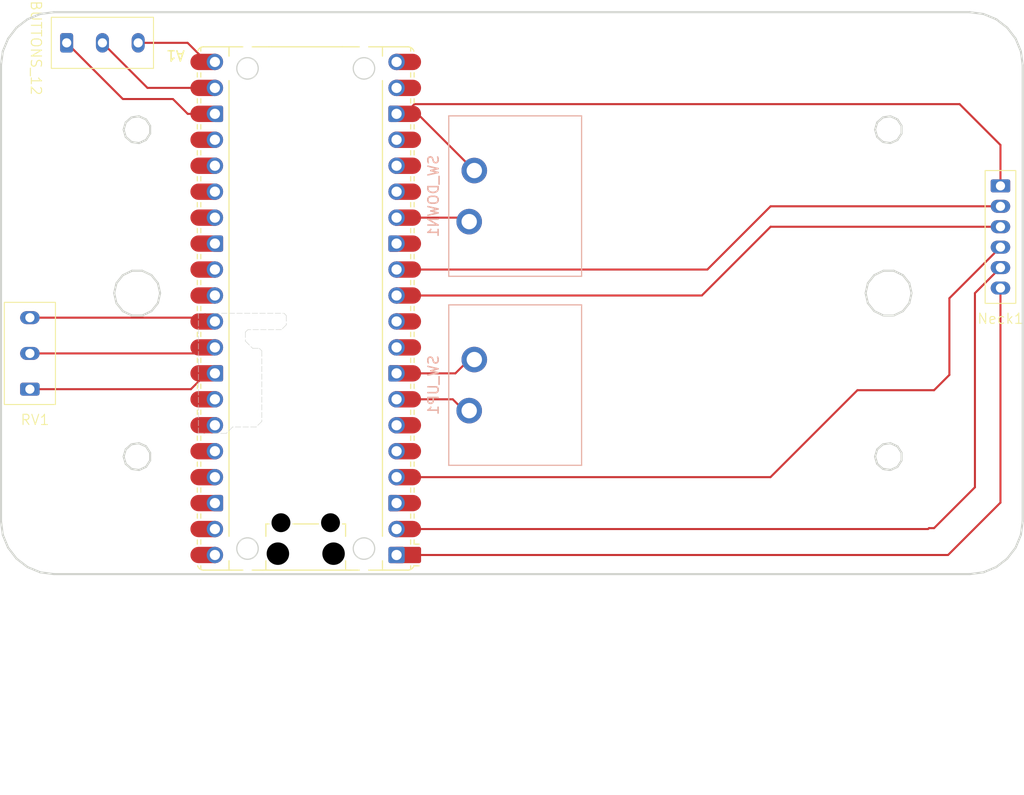
<source format=kicad_pcb>
(kicad_pcb (version 20241229) (generator "pcbnew") (generator_version "9.0")
  (layers (0 "F.Cu" signal) (2 "B.Cu" signal) (13 "F.Paste" user) (15 "B.Paste" user) (5 "F.SilkS" user "F.Silkscreen") (7 "B.SilkS" user "B.Silkscreen") (1 "F.Mask" user) (3 "B.Mask" user) (25 "Edge.Cuts" user))
  (net 0 "")
  (net 3 "Net-(A1-GPIO2)")
  (net 4 "Net-(A1-GPIO0)")
  (net 7 "Net-(A1-AGND)")
  (net 8 "Net-(Neck1-GND)")
  (net 9 "Net-(A1-GPIO1)")
  (net 17 "Net-(A1-GPIO5)")
  (net 19 "Net-(A1-GPIO27_ADC1)")
  (net 25 "Net-(A1-GPIO26_ADC0)")
  (net 28 "Net-(A1-GPIO10)")
  (net 29 "Net-(A1-GPIO8)")
  (net 30 "Net-(A1-GPIO9)")
  (net 33 "Net-(A1-GPIO17)")
  (net 34 "Net-(A1-GPIO16)")
  (footprint "Library:Whammy Pot" (layer "F.Cu") (at 62.5 119.4)
    (property "Reference" "RV1" (at 0 -0.5 0) (layer "F.SilkS") (effects (font (thickness 0.1))))
    (property "Value" "R_Potentiometer" (hide yes))
    (fp_rect (start -3 -12) (end 2 -2) (stroke (width 0.1)) (fill no) (layer "F.SilkS"))
    (pad "1" thru_hole oval (at -0.5 -10.5) (size 1.905 1.27) (drill 0.9) (layers "*.Cu" "*.Mask") (net 25 "Net-(A1-GPIO26_ADC0)"))
    (pad "2" thru_hole oval (at -0.5 -7) (size 1.905 1.27) (drill 0.9) (layers "*.Cu" "*.Mask") (net 19 "Net-(A1-GPIO27_ADC1)"))
    (pad "3" thru_hole roundrect (at -0.5 -3.5) (size 1.905 1.27) (drill 0.9) (layers "*.Cu" "*.Mask") (roundrect_rratio 0.1968503937) (net 7 "Net-(A1-AGND)"))
  )
  (footprint "Module:RaspberryPi_Pico_Common_Unspecified" (layer "F.Cu") (at 89 108 180)
    (property "Reference" "A1" (at 11.7475 24.765 180) (layer "F.SilkS") (effects (justify left)))
    (property "Value" "RaspberryPi_Pico")
    (fp_line (start 10.61 22.65) (end 10.61 23.07) (stroke (width 0.12)) (layer "F.SilkS"))
    (fp_line (start 10.61 20.11) (end 10.61 20.53) (stroke (width 0.12)) (layer "F.SilkS"))
    (fp_line (start 10.61 17.57) (end 10.61 17.99) (stroke (width 0.12)) (layer "F.SilkS"))
    (fp_line (start 10.61 15.03) (end 10.61 15.45) (stroke (width 0.12)) (layer "F.SilkS"))
    (fp_line (start 10.61 12.49) (end 10.61 12.91) (stroke (width 0.12)) (layer "F.SilkS"))
    (fp_line (start 10.61 9.95) (end 10.61 10.37) (stroke (width 0.12)) (layer "F.SilkS"))
    (fp_line (start 10.61 7.41) (end 10.61 7.83) (stroke (width 0.12)) (layer "F.SilkS"))
    (fp_line (start 10.61 4.87) (end 10.61 5.29) (stroke (width 0.12)) (layer "F.SilkS"))
    (fp_line (start 10.61 2.33) (end 10.61 2.75) (stroke (width 0.12)) (layer "F.SilkS"))
    (fp_line (start 10.61 -0.21) (end 10.61 0.21) (stroke (width 0.12)) (layer "F.SilkS"))
    (fp_line (start 10.61 -2.75) (end 10.61 -2.33) (stroke (width 0.12)) (layer "F.SilkS"))
    (fp_line (start 10.61 -5.29) (end 10.61 -4.87) (stroke (width 0.12)) (layer "F.SilkS"))
    (fp_line (start 10.61 -7.83) (end 10.61 -7.41) (stroke (width 0.12)) (layer "F.SilkS"))
    (fp_line (start 10.61 -10.37) (end 10.61 -9.95) (stroke (width 0.12)) (layer "F.SilkS"))
    (fp_line (start 10.61 -12.91) (end 10.61 -12.49) (stroke (width 0.12)) (layer "F.SilkS"))
    (fp_line (start 10.61 -15.45) (end 10.61 -15.03) (stroke (width 0.12)) (layer "F.SilkS"))
    (fp_line (start 10.61 -17.99) (end 10.61 -17.57) (stroke (width 0.12)) (layer "F.SilkS"))
    (fp_line (start 10.61 -20.53) (end 10.61 -20.11) (stroke (width 0.12)) (layer "F.SilkS"))
    (fp_line (start 10.61 -23.07) (end 10.61 -22.65) (stroke (width 0.12)) (layer "F.SilkS"))
    (fp_line (start 10.27 25.189937) (end 10.27 25.547) (stroke (width 0.12)) (layer "F.SilkS"))
    (fp_line (start 10.27 22.65) (end 10.27 23.07) (stroke (width 0.12)) (layer "F.SilkS"))
    (fp_line (start 10.27 20.11) (end 10.27 20.53) (stroke (width 0.12)) (layer "F.SilkS"))
    (fp_line (start 10.27 17.57) (end 10.27 17.99) (stroke (width 0.12)) (layer "F.SilkS"))
    (fp_line (start 10.27 15.03) (end 10.27 15.45) (stroke (width 0.12)) (layer "F.SilkS"))
    (fp_line (start 10.27 12.49) (end 10.27 12.91) (stroke (width 0.12)) (layer "F.SilkS"))
    (fp_line (start 10.27 9.95) (end 10.27 10.37) (stroke (width 0.12)) (layer "F.SilkS"))
    (fp_line (start 10.27 7.41) (end 10.27 7.83) (stroke (width 0.12)) (layer "F.SilkS"))
    (fp_line (start 10.27 4.87) (end 10.27 5.29) (stroke (width 0.12)) (layer "F.SilkS"))
    (fp_line (start 10.27 2.33) (end 10.27 2.75) (stroke (width 0.12)) (layer "F.SilkS"))
    (fp_line (start 10.27 -0.21) (end 10.27 0.21) (stroke (width 0.12)) (layer "F.SilkS"))
    (fp_line (start 10.27 -2.75) (end 10.27 -2.33) (stroke (width 0.12)) (layer "F.SilkS"))
    (fp_line (start 10.27 -5.29) (end 10.27 -4.87) (stroke (width 0.12)) (layer "F.SilkS"))
    (fp_line (start 10.27 -7.83) (end 10.27 -7.41) (stroke (width 0.12)) (layer "F.SilkS"))
    (fp_line (start 10.27 -10.37) (end 10.27 -9.95) (stroke (width 0.12)) (layer "F.SilkS"))
    (fp_line (start 10.27 -12.91) (end 10.27 -12.49) (stroke (width 0.12)) (layer "F.SilkS"))
    (fp_line (start 10.27 -15.45) (end 10.27 -15.03) (stroke (width 0.12)) (layer "F.SilkS"))
    (fp_line (start 10.27 -17.99) (end 10.27 -17.57) (stroke (width 0.12)) (layer "F.SilkS"))
    (fp_line (start 10.27 -20.53) (end 10.27 -20.11) (stroke (width 0.12)) (layer "F.SilkS"))
    (fp_line (start 10.27 -23.07) (end 10.27 -22.65) (stroke (width 0.12)) (layer "F.SilkS"))
    (fp_line (start 10.27 -25.189937) (end 10.27 -25.547) (stroke (width 0.12)) (layer "F.SilkS"))
    (fp_line (start 10 -25.61) (end 7.51 -25.61) (stroke (width 0.12)) (layer "F.SilkS"))
    (fp_line (start 7.51 24.69648) (end 7.51 25.61) (stroke (width 0.12)) (layer "F.SilkS"))
    (fp_line (start 7.51 -22.30352) (end 7.51 22.30352) (stroke (width 0.12)) (layer "F.SilkS"))
    (fp_line (start 7.51 -25.61) (end 7.51 -24.69648) (stroke (width 0.12)) (layer "F.SilkS"))
    (fp_line (start 6.162061 25.61) (end 10 25.61) (stroke (width 0.12)) (layer "F.SilkS"))
    (fp_line (start 6.162061 -25.61) (end 7.51 -25.61) (stroke (width 0.12)) (layer "F.SilkS"))
    (fp_line (start 5.237939 25.61) (end 3.6 25.61) (stroke (width 0.12)) (layer "F.SilkS"))
    (fp_line (start 4.235 -25.61) (end 5.237939 -25.61) (stroke (width 0.12)) (layer "F.SilkS"))
    (fp_line (start 3.9 -22.306) (end 3.9 -21.09) (stroke (width 0.12)) (layer "F.SilkS"))
    (fp_line (start 3.9 -25.61) (end 3.9 -24.694) (stroke (width 0.12)) (layer "F.SilkS"))
    (fp_line (start 3.60391 -21.09) (end 3.9 -21.09) (stroke (width 0.12)) (layer "F.SilkS"))
    (fp_line (start 3.6 25.61) (end -3.6 25.61) (stroke (width 0.12)) (layer "F.SilkS"))
    (fp_line (start -1.24609 -21.09) (end 1.24609 -21.09) (stroke (width 0.12)) (layer "F.SilkS"))
    (fp_line (start -3.6 25.61) (end -5.237939 25.61) (stroke (width 0.12)) (layer "F.SilkS"))
    (fp_line (start -3.9 -21.09) (end -3.60391 -21.09) (stroke (width 0.12)) (layer "F.SilkS"))
    (fp_line (start -3.9 -22.306) (end -3.9 -21.09) (stroke (width 0.12)) (layer "F.SilkS"))
    (fp_line (start -3.9 -25.61) (end -3.9 -24.694) (stroke (width 0.12)) (layer "F.SilkS"))
    (fp_line (start -4.235 -25.61) (end 4.235 -25.61) (stroke (width 0.12)) (layer "F.SilkS"))
    (fp_line (start -5.237939 -25.61) (end -4.235 -25.61) (stroke (width 0.12)) (layer "F.SilkS"))
    (fp_line (start -7.51 24.69648) (end -7.51 25.61) (stroke (width 0.12)) (layer "F.SilkS"))
    (fp_line (start -7.51 -22.30352) (end -7.51 22.30352) (stroke (width 0.12)) (layer "F.SilkS"))
    (fp_line (start -7.51 -25.61) (end -6.16206 -25.61) (stroke (width 0.12)) (layer "F.SilkS"))
    (fp_line (start -7.51 -25.61) (end -7.51 -24.69648) (stroke (width 0.12)) (layer "F.SilkS"))
    (fp_line (start -10 25.61) (end -6.162061 25.61) (stroke (width 0.12)) (layer "F.SilkS"))
    (fp_line (start -10 -25.61) (end -7.51 -25.61) (stroke (width 0.12)) (layer "F.SilkS"))
    (fp_line (start -10.27 25.189937) (end -10.27 25.547) (stroke (width 0.12)) (layer "F.SilkS"))
    (fp_line (start -10.27 22.65) (end -10.27 23.07) (stroke (width 0.12)) (layer "F.SilkS"))
    (fp_line (start -10.27 20.11) (end -10.27 20.53) (stroke (width 0.12)) (layer "F.SilkS"))
    (fp_line (start -10.27 17.57) (end -10.27 17.99) (stroke (width 0.12)) (layer "F.SilkS"))
    (fp_line (start -10.27 15.03) (end -10.27 15.45) (stroke (width 0.12)) (layer "F.SilkS"))
    (fp_line (start -10.27 12.49) (end -10.27 12.91) (stroke (width 0.12)) (layer "F.SilkS"))
    (fp_line (start -10.27 9.95) (end -10.27 10.37) (stroke (width 0.12)) (layer "F.SilkS"))
    (fp_line (start -10.27 7.41) (end -10.27 7.83) (stroke (width 0.12)) (layer "F.SilkS"))
    (fp_line (start -10.27 4.87) (end -10.27 5.29) (stroke (width 0.12)) (layer "F.SilkS"))
    (fp_line (start -10.27 2.33) (end -10.27 2.75) (stroke (width 0.12)) (layer "F.SilkS"))
    (fp_line (start -10.27 -0.21) (end -10.27 0.21) (stroke (width 0.12)) (layer "F.SilkS"))
    (fp_line (start -10.27 -2.75) (end -10.27 -2.33) (stroke (width 0.12)) (layer "F.SilkS"))
    (fp_line (start -10.27 -5.29) (end -10.27 -4.87) (stroke (width 0.12)) (layer "F.SilkS"))
    (fp_line (start -10.27 -7.83) (end -10.27 -7.41) (stroke (width 0.12)) (layer "F.SilkS"))
    (fp_line (start -10.27 -10.37) (end -10.27 -9.95) (stroke (width 0.12)) (layer "F.SilkS"))
    (fp_line (start -10.27 -12.91) (end -10.27 -12.49) (stroke (width 0.12)) (layer "F.SilkS"))
    (fp_line (start -10.27 -15.45) (end -10.27 -15.03) (stroke (width 0.12)) (layer "F.SilkS"))
    (fp_line (start -10.27 -17.99) (end -10.27 -17.57) (stroke (width 0.12)) (layer "F.SilkS"))
    (fp_line (start -10.27 -20.53) (end -10.27 -20.11) (stroke (width 0.12)) (layer "F.SilkS"))
    (fp_line (start -10.27 -23.07) (end -10.27 -22.65) (stroke (width 0.12)) (layer "F.SilkS"))
    (fp_line (start -10.27 -25.189937) (end -10.27 -25.547) (stroke (width 0.12)) (layer "F.SilkS"))
    (fp_line (start -10.579676 -25.19) (end -11.09 -25.19) (stroke (width 0.12)) (layer "F.SilkS"))
    (fp_line (start -10.61 22.65) (end -10.61 23.07) (stroke (width 0.12)) (layer "F.SilkS"))
    (fp_line (start -10.61 20.11) (end -10.61 20.53) (stroke (width 0.12)) (layer "F.SilkS"))
    (fp_line (start -10.61 17.57) (end -10.61 17.99) (stroke (width 0.12)) (layer "F.SilkS"))
    (fp_line (start -10.61 15.03) (end -10.61 15.45) (stroke (width 0.12)) (layer "F.SilkS"))
    (fp_line (start -10.61 12.49) (end -10.61 12.91) (stroke (width 0.12)) (layer "F.SilkS"))
    (fp_line (start -10.61 9.95) (end -10.61 10.37) (stroke (width 0.12)) (layer "F.SilkS"))
    (fp_line (start -10.61 7.41) (end -10.61 7.83) (stroke (width 0.12)) (layer "F.SilkS"))
    (fp_line (start -10.61 4.87) (end -10.61 5.29) (stroke (width 0.12)) (layer "F.SilkS"))
    (fp_line (start -10.61 2.33) (end -10.61 2.75) (stroke (width 0.12)) (layer "F.SilkS"))
    (fp_line (start -10.61 -0.21) (end -10.61 0.21) (stroke (width 0.12)) (layer "F.SilkS"))
    (fp_line (start -10.61 -2.75) (end -10.61 -2.33) (stroke (width 0.12)) (layer "F.SilkS"))
    (fp_line (start -10.61 -5.29) (end -10.61 -4.87) (stroke (width 0.12)) (layer "F.SilkS"))
    (fp_line (start -10.61 -7.83) (end -10.61 -7.41) (stroke (width 0.12)) (layer "F.SilkS"))
    (fp_line (start -10.61 -10.37) (end -10.61 -9.95) (stroke (width 0.12)) (layer "F.SilkS"))
    (fp_line (start -10.61 -12.91) (end -10.61 -12.49) (stroke (width 0.12)) (layer "F.SilkS"))
    (fp_line (start -10.61 -15.45) (end -10.61 -15.03) (stroke (width 0.12)) (layer "F.SilkS"))
    (fp_line (start -10.61 -17.99) (end -10.61 -17.57) (stroke (width 0.12)) (layer "F.SilkS"))
    (fp_line (start -10.61 -20.53) (end -10.61 -20.11) (stroke (width 0.12)) (layer "F.SilkS"))
    (fp_line (start -10.61 -23.07) (end -10.61 -22.65) (stroke (width 0.12)) (layer "F.SilkS"))
    (fp_line (start -10.61 -23.07) (end -11.09 -23.07) (stroke (width 0.12)) (layer "F.SilkS"))
    (fp_arc (start 10.579676 25.189937) (mid 10.357946 25.493957) (end 10 25.61) (stroke (width 0.12)) (layer "F.SilkS"))
    (fp_arc (start 10 -25.61) (mid 10.357937 -25.493944) (end 10.579676 -25.189937) (stroke (width 0.12)) (layer "F.SilkS"))
    (fp_arc (start -10 25.61) (mid -10.357937 25.493944) (end -10.579676 25.189937) (stroke (width 0.12)) (layer "F.SilkS"))
    (fp_arc (start -10.579676 -25.19) (mid -10.357938 -25.493944) (end -10 -25.61) (stroke (width 0.12)) (layer "F.SilkS"))
    (fp_circle (center 5.7 23.5) (end 6.75 23.5) (stroke (width 0.12)) (fill no) (layer "Edge.Cuts"))
    (fp_circle (center 5.7 -23.5) (end 6.75 -23.5) (stroke (width 0.12)) (fill no) (layer "Edge.Cuts"))
    (fp_circle (center -5.7 23.5) (end -4.65 23.5) (stroke (width 0.12)) (fill no) (layer "Edge.Cuts"))
    (fp_circle (center -5.7 -23.5) (end -4.65 -23.5) (stroke (width 0.12)) (fill no) (layer "Edge.Cuts"))
    (fp_poly (pts (xy 10.5 -0.47) (xy 2.12 -0.47) (xy 1.9 -0.7) (xy 1.9 -1.6) (xy 2.37 -2.07) (xy 5.65 -2.07) (xy 5.9 -2.3) (xy 5.9 -3.2) (xy 5.2 -3.9) (xy 4.55 -3.9) (xy 4.3 -4.15) (xy 4.3 -11.05) (xy 4.85 -11.6) (xy 7.15 -11.6) (xy 7.78 -12.23) (xy 10.5 -12.23)) (stroke (width 0.05) (type dash)) (fill no) (layer "Edge.Cuts"))
    (pad "" np_thru_hole circle (at -2.725 -24 180) (size 2.2 2.2) (drill 2.2) (layers "*.Mask"))
    (pad "" np_thru_hole circle (at -2.425 -20.97 180) (size 1.85 1.85) (drill 1.85) (layers "*.Mask"))
    (pad "" np_thru_hole circle (at 2.425 -20.97 180) (size 1.85 1.85) (drill 1.85) (layers "*.Mask"))
    (pad "" np_thru_hole circle (at 2.725 -24 180) (size 2.2 2.2) (drill 2.2) (layers "*.Mask"))
    (pad "1" smd custom (at -9.69 -24.13 180) (size 1.6 0.8) (layers "F.Cu" "F.Mask") (net 4 "Net-(A1-GPIO0)") (options (clearance outline) (anchor rect)) (primitives (gr_circle (center 0.8 0) (end 1.6 0) (width 0) (fill yes)) (gr_poly (pts (xy -1.6 -0.6) (xy -1.6 0.6) (xy -1.4 0.8) (xy 0.8 0.8) (xy 0.8 -0.8) (xy -1.4 -0.8)) (width 0) (fill yes)) (gr_circle (center -1.4 -0.6) (end -1.2 -0.6) (width 0) (fill yes)) (gr_circle (center -1.4 0.6) (end -1.2 0.6) (width 0) (fill yes))))
    (pad "1" thru_hole roundrect (at -8.89 -24.13 180) (size 1.6 1.6) (drill 1) (layers "*.Cu" "*.Mask") (roundrect_rratio 0.125) (net 4 "Net-(A1-GPIO0)"))
    (pad "2" smd roundrect (at -9.69 -21.59 180) (size 3.2 1.6) (layers "F.Cu" "F.Mask") (roundrect_rratio 0.5) (net 9 "Net-(A1-GPIO1)"))
    (pad "2" thru_hole circle (at -8.89 -21.59 180) (size 1.6 1.6) (drill 1) (layers "*.Cu" "*.Mask") (net 9 "Net-(A1-GPIO1)"))
    (pad "3" smd custom (at -9.69 -19.05 180) (size 1.6 0.8) (layers "F.Cu" "F.Mask") (net 8 "Net-(Neck1-GND)") (options (clearance outline) (anchor rect)) (primitives (gr_circle (center -0.8 0) (end 0 0) (width 0) (fill yes)) (gr_poly (pts (xy 1.6 -0.6) (xy 1.6 0.6) (xy 1.4 0.8) (xy -0.8 0.8) (xy -0.8 -0.8) (xy 1.4 -0.8)) (width 0) (fill yes)) (gr_circle (center 1.4 -0.6) (end 1.6 -0.6) (width 0) (fill yes)) (gr_circle (center 1.4 0.6) (end 1.6 0.6) (width 0) (fill yes))))
    (pad "3" thru_hole custom (at -8.89 -19.05 180) (size 1.6 1.6) (drill 1) (layers "*.Cu" "*.Mask") (net 8 "Net-(Neck1-GND)") (options (clearance outline) (anchor circle)) (primitives (gr_poly (pts (xy 0.8 0.6) (xy 0.8 -0.6) (xy 0.6 -0.8) (xy 0 -0.8) (xy 0 0.8) (xy 0.6 0.8)) (width 0) (fill yes)) (gr_circle (center 0.6 0.6) (end 0.8 0.6) (width 0) (fill yes)) (gr_circle (center 0.6 -0.6) (end 0.8 -0.6) (width 0) (fill yes))))
    (pad "4" smd roundrect (at -9.69 -16.51 180) (size 3.2 1.6) (layers "F.Cu" "F.Mask") (roundrect_rratio 0.5) (net 3 "Net-(A1-GPIO2)"))
    (pad "4" thru_hole circle (at -8.89 -16.51 180) (size 1.6 1.6) (drill 1) (layers "*.Cu" "*.Mask") (net 3 "Net-(A1-GPIO2)"))
    (pad "5" smd roundrect (at -9.69 -13.97 180) (size 3.2 1.6) (layers "F.Cu" "F.Mask") (roundrect_rratio 0.5))
    (pad "5" thru_hole circle (at -8.89 -13.97 180) (size 1.6 1.6) (drill 1) (layers "*.Cu" "*.Mask"))
    (pad "6" smd roundrect (at -9.69 -11.43 180) (size 3.2 1.6) (layers "F.Cu" "F.Mask") (roundrect_rratio 0.5))
    (pad "6" thru_hole circle (at -8.89 -11.43 180) (size 1.6 1.6) (drill 1) (layers "*.Cu" "*.Mask"))
    (pad "7" smd roundrect (at -9.69 -8.89 180) (size 3.2 1.6) (layers "F.Cu" "F.Mask") (roundrect_rratio 0.5) (net 17 "Net-(A1-GPIO5)"))
    (pad "7" thru_hole circle (at -8.89 -8.89 180) (size 1.6 1.6) (drill 1) (layers "*.Cu" "*.Mask") (net 17 "Net-(A1-GPIO5)"))
    (pad "8" smd custom (at -9.69 -6.35 180) (size 1.6 0.8) (layers "F.Cu" "F.Mask") (net 8 "Net-(Neck1-GND)") (options (clearance outline) (anchor rect)) (primitives (gr_circle (center -0.8 0) (end 0 0) (width 0) (fill yes)) (gr_poly (pts (xy 1.6 -0.6) (xy 1.6 0.6) (xy 1.4 0.8) (xy -0.8 0.8) (xy -0.8 -0.8) (xy 1.4 -0.8)) (width 0) (fill yes)) (gr_circle (center 1.4 -0.6) (end 1.6 -0.6) (width 0) (fill yes)) (gr_circle (center 1.4 0.6) (end 1.6 0.6) (width 0) (fill yes))))
    (pad "8" thru_hole custom (at -8.89 -6.35 180) (size 1.6 1.6) (drill 1) (layers "*.Cu" "*.Mask") (net 8 "Net-(Neck1-GND)") (options (clearance outline) (anchor circle)) (primitives (gr_poly (pts (xy 0.8 0.6) (xy 0.8 -0.6) (xy 0.6 -0.8) (xy 0 -0.8) (xy 0 0.8) (xy 0.6 0.8)) (width 0) (fill yes)) (gr_circle (center 0.6 0.6) (end 0.8 0.6) (width 0) (fill yes)) (gr_circle (center 0.6 -0.6) (end 0.8 -0.6) (width 0) (fill yes))))
    (pad "9" smd roundrect (at -9.69 -3.81 180) (size 3.2 1.6) (layers "F.Cu" "F.Mask") (roundrect_rratio 0.5))
    (pad "9" thru_hole circle (at -8.89 -3.81 180) (size 1.6 1.6) (drill 1) (layers "*.Cu" "*.Mask"))
    (pad "10" smd roundrect (at -9.69 -1.27 180) (size 3.2 1.6) (layers "F.Cu" "F.Mask") (roundrect_rratio 0.5))
    (pad "10" thru_hole circle (at -8.89 -1.27 180) (size 1.6 1.6) (drill 1) (layers "*.Cu" "*.Mask"))
    (pad "11" smd roundrect (at -9.69 1.27 180) (size 3.2 1.6) (layers "F.Cu" "F.Mask") (roundrect_rratio 0.5) (net 29 "Net-(A1-GPIO8)"))
    (pad "11" thru_hole circle (at -8.89 1.27 180) (size 1.6 1.6) (drill 1) (layers "*.Cu" "*.Mask") (net 29 "Net-(A1-GPIO8)"))
    (pad "12" smd roundrect (at -9.69 3.81 180) (size 3.2 1.6) (layers "F.Cu" "F.Mask") (roundrect_rratio 0.5) (net 30 "Net-(A1-GPIO9)"))
    (pad "12" thru_hole circle (at -8.89 3.81 180) (size 1.6 1.6) (drill 1) (layers "*.Cu" "*.Mask") (net 30 "Net-(A1-GPIO9)"))
    (pad "13" smd custom (at -9.69 6.35 180) (size 1.6 0.8) (layers "F.Cu" "F.Mask") (net 8 "Net-(Neck1-GND)") (options (clearance outline) (anchor rect)) (primitives (gr_circle (center -0.8 0) (end 0 0) (width 0) (fill yes)) (gr_poly (pts (xy 1.6 -0.6) (xy 1.6 0.6) (xy 1.4 0.8) (xy -0.8 0.8) (xy -0.8 -0.8) (xy 1.4 -0.8)) (width 0) (fill yes)) (gr_circle (center 1.4 -0.6) (end 1.6 -0.6) (width 0) (fill yes)) (gr_circle (center 1.4 0.6) (end 1.6 0.6) (width 0) (fill yes))))
    (pad "13" thru_hole custom (at -8.89 6.35 180) (size 1.6 1.6) (drill 1) (layers "*.Cu" "*.Mask") (net 8 "Net-(Neck1-GND)") (options (clearance outline) (anchor circle)) (primitives (gr_poly (pts (xy 0.8 0.6) (xy 0.8 -0.6) (xy 0.6 -0.8) (xy 0 -0.8) (xy 0 0.8) (xy 0.6 0.8)) (width 0) (fill yes)) (gr_circle (center 0.6 0.6) (end 0.8 0.6) (width 0) (fill yes)) (gr_circle (center 0.6 -0.6) (end 0.8 -0.6) (width 0) (fill yes))))
    (pad "14" smd roundrect (at -9.69 8.89 180) (size 3.2 1.6) (layers "F.Cu" "F.Mask") (roundrect_rratio 0.5) (net 28 "Net-(A1-GPIO10)"))
    (pad "14" thru_hole circle (at -8.89 8.89 180) (size 1.6 1.6) (drill 1) (layers "*.Cu" "*.Mask") (net 28 "Net-(A1-GPIO10)"))
    (pad "15" smd roundrect (at -9.69 11.43 180) (size 3.2 1.6) (layers "F.Cu" "F.Mask") (roundrect_rratio 0.5))
    (pad "15" thru_hole circle (at -8.89 11.43 180) (size 1.6 1.6) (drill 1) (layers "*.Cu" "*.Mask"))
    (pad "16" smd roundrect (at -9.69 13.97 180) (size 3.2 1.6) (layers "F.Cu" "F.Mask") (roundrect_rratio 0.5))
    (pad "16" thru_hole circle (at -8.89 13.97 180) (size 1.6 1.6) (drill 1) (layers "*.Cu" "*.Mask"))
    (pad "17" smd roundrect (at -9.69 16.51 180) (size 3.2 1.6) (layers "F.Cu" "F.Mask") (roundrect_rratio 0.5))
    (pad "17" thru_hole circle (at -8.89 16.51 180) (size 1.6 1.6) (drill 1) (layers "*.Cu" "*.Mask"))
    (pad "18" smd custom (at -9.69 19.05 180) (size 1.6 0.8) (layers "F.Cu" "F.Mask") (net 8 "Net-(Neck1-GND)") (options (clearance outline) (anchor rect)) (primitives (gr_circle (center -0.8 0) (end 0 0) (width 0) (fill yes)) (gr_poly (pts (xy 1.6 -0.6) (xy 1.6 0.6) (xy 1.4 0.8) (xy -0.8 0.8) (xy -0.8 -0.8) (xy 1.4 -0.8)) (width 0) (fill yes)) (gr_circle (center 1.4 -0.6) (end 1.6 -0.6) (width 0) (fill yes)) (gr_circle (center 1.4 0.6) (end 1.6 0.6) (width 0) (fill yes))))
    (pad "18" thru_hole custom (at -8.89 19.05 180) (size 1.6 1.6) (drill 1) (layers "*.Cu" "*.Mask") (net 8 "Net-(Neck1-GND)") (options (clearance outline) (anchor circle)) (primitives (gr_poly (pts (xy 0.8 0.6) (xy 0.8 -0.6) (xy 0.6 -0.8) (xy 0 -0.8) (xy 0 0.8) (xy 0.6 0.8)) (width 0) (fill yes)) (gr_circle (center 0.6 0.6) (end 0.8 0.6) (width 0) (fill yes)) (gr_circle (center 0.6 -0.6) (end 0.8 -0.6) (width 0) (fill yes))))
    (pad "19" smd roundrect (at -9.69 21.59 180) (size 3.2 1.6) (layers "F.Cu" "F.Mask") (roundrect_rratio 0.5))
    (pad "19" thru_hole circle (at -8.89 21.59 180) (size 1.6 1.6) (drill 1) (layers "*.Cu" "*.Mask"))
    (pad "20" smd roundrect (at -9.69 24.13 180) (size 3.2 1.6) (layers "F.Cu" "F.Mask") (roundrect_rratio 0.5))
    (pad "20" thru_hole circle (at -8.89 24.13 180) (size 1.6 1.6) (drill 1) (layers "*.Cu" "*.Mask"))
    (pad "21" thru_hole circle (at 8.89 24.13 180) (size 1.6 1.6) (drill 1) (layers "*.Cu" "*.Mask") (net 34 "Net-(A1-GPIO16)"))
    (pad "21" smd roundrect (at 9.69 24.13 180) (size 3.2 1.6) (layers "F.Cu" "F.Mask") (roundrect_rratio 0.5) (net 34 "Net-(A1-GPIO16)"))
    (pad "22" thru_hole circle (at 8.89 21.59 180) (size 1.6 1.6) (drill 1) (layers "*.Cu" "*.Mask") (net 33 "Net-(A1-GPIO17)"))
    (pad "22" smd roundrect (at 9.69 21.59 180) (size 3.2 1.6) (layers "F.Cu" "F.Mask") (roundrect_rratio 0.5) (net 33 "Net-(A1-GPIO17)"))
    (pad "23" thru_hole custom (at 8.89 19.05 180) (size 1.6 1.6) (drill 1) (layers "*.Cu" "*.Mask") (net 8 "Net-(Neck1-GND)") (options (clearance outline) (anchor circle)) (primitives (gr_poly (pts (xy -0.8 0.6) (xy -0.8 -0.6) (xy -0.6 -0.8) (xy 0 -0.8) (xy 0 0.8) (xy -0.6 0.8)) (width 0) (fill yes)) (gr_circle (center -0.6 0.6) (end -0.4 0.6) (width 0) (fill yes)) (gr_circle (center -0.6 -0.6) (end -0.4 -0.6) (width 0) (fill yes))))
    (pad "23" smd custom (at 9.69 19.05 180) (size 1.6 0.8) (layers "F.Cu" "F.Mask") (net 8 "Net-(Neck1-GND)") (options (clearance outline) (anchor rect)) (primitives (gr_circle (center 0.8 0) (end 1.6 0) (width 0) (fill yes)) (gr_poly (pts (xy -1.6 -0.6) (xy -1.6 0.6) (xy -1.4 0.8) (xy 0.8 0.8) (xy 0.8 -0.8) (xy -1.4 -0.8)) (width 0) (fill yes)) (gr_circle (center -1.4 -0.6) (end -1.2 -0.6) (width 0) (fill yes)) (gr_circle (center -1.4 0.6) (end -1.2 0.6) (width 0) (fill yes))))
    (pad "24" thru_hole circle (at 8.89 16.51 180) (size 1.6 1.6) (drill 1) (layers "*.Cu" "*.Mask"))
    (pad "24" smd roundrect (at 9.69 16.51 180) (size 3.2 1.6) (layers "F.Cu" "F.Mask") (roundrect_rratio 0.5))
    (pad "25" thru_hole circle (at 8.89 13.97 180) (size 1.6 1.6) (drill 1) (layers "*.Cu" "*.Mask"))
    (pad "25" smd roundrect (at 9.69 13.97 180) (size 3.2 1.6) (layers "F.Cu" "F.Mask") (roundrect_rratio 0.5))
    (pad "26" thru_hole circle (at 8.89 11.43 180) (size 1.6 1.6) (drill 1) (layers "*.Cu" "*.Mask"))
    (pad "26" smd roundrect (at 9.69 11.43 180) (size 3.2 1.6) (layers "F.Cu" "F.Mask") (roundrect_rratio 0.5))
    (pad "27" thru_hole circle (at 8.89 8.89 180) (size 1.6 1.6) (drill 1) (layers "*.Cu" "*.Mask"))
    (pad "27" smd roundrect (at 9.69 8.89 180) (size 3.2 1.6) (layers "F.Cu" "F.Mask") (roundrect_rratio 0.5))
    (pad "28" thru_hole custom (at 8.89 6.35 180) (size 1.6 1.6) (drill 1) (layers "*.Cu" "*.Mask") (net 8 "Net-(Neck1-GND)") (options (clearance outline) (anchor circle)) (primitives (gr_poly (pts (xy -0.8 0.6) (xy -0.8 -0.6) (xy -0.6 -0.8) (xy 0 -0.8) (xy 0 0.8) (xy -0.6 0.8)) (width 0) (fill yes)) (gr_circle (center -0.6 0.6) (end -0.4 0.6) (width 0) (fill yes)) (gr_circle (center -0.6 -0.6) (end -0.4 -0.6) (width 0) (fill yes))))
    (pad "28" smd custom (at 9.69 6.35 180) (size 1.6 0.8) (layers "F.Cu" "F.Mask") (net 8 "Net-(Neck1-GND)") (options (clearance outline) (anchor rect)) (primitives (gr_circle (center 0.8 0) (end 1.6 0) (width 0) (fill yes)) (gr_poly (pts (xy -1.6 -0.6) (xy -1.6 0.6) (xy -1.4 0.8) (xy 0.8 0.8) (xy 0.8 -0.8) (xy -1.4 -0.8)) (width 0) (fill yes)) (gr_circle (center -1.4 -0.6) (end -1.2 -0.6) (width 0) (fill yes)) (gr_circle (center -1.4 0.6) (end -1.2 0.6) (width 0) (fill yes))))
    (pad "29" thru_hole circle (at 8.89 3.81 180) (size 1.6 1.6) (drill 1) (layers "*.Cu" "*.Mask"))
    (pad "29" smd roundrect (at 9.69 3.81 180) (size 3.2 1.6) (layers "F.Cu" "F.Mask") (roundrect_rratio 0.5))
    (pad "30" thru_hole circle (at 8.89 1.27 180) (size 1.6 1.6) (drill 1) (layers "*.Cu" "*.Mask"))
    (pad "30" smd roundrect (at 9.69 1.27 180) (size 3.2 1.6) (layers "F.Cu" "F.Mask") (roundrect_rratio 0.5))
    (pad "31" thru_hole circle (at 8.89 -1.27 180) (size 1.6 1.6) (drill 1) (layers "*.Cu" "*.Mask") (net 25 "Net-(A1-GPIO26_ADC0)"))
    (pad "31" smd roundrect (at 9.69 -1.27 180) (size 3.2 1.6) (layers "F.Cu" "F.Mask") (roundrect_rratio 0.5) (net 25 "Net-(A1-GPIO26_ADC0)"))
    (pad "32" thru_hole circle (at 8.89 -3.81 180) (size 1.6 1.6) (drill 1) (layers "*.Cu" "*.Mask") (net 19 "Net-(A1-GPIO27_ADC1)"))
    (pad "32" smd roundrect (at 9.69 -3.81 180) (size 3.2 1.6) (layers "F.Cu" "F.Mask") (roundrect_rratio 0.5) (net 19 "Net-(A1-GPIO27_ADC1)"))
    (pad "33" thru_hole custom (at 8.89 -6.35 180) (size 1.6 1.6) (drill 1) (layers "*.Cu" "*.Mask") (net 7 "Net-(A1-AGND)") (options (clearance outline) (anchor circle)) (primitives (gr_poly (pts (xy -0.8 0.6) (xy -0.8 -0.6) (xy -0.6 -0.8) (xy 0 -0.8) (xy 0 0.8) (xy -0.6 0.8)) (width 0) (fill yes)) (gr_circle (center -0.6 0.6) (end -0.4 0.6) (width 0) (fill yes)) (gr_circle (center -0.6 -0.6) (end -0.4 -0.6) (width 0) (fill yes))))
    (pad "33" smd custom (at 9.69 -6.35 180) (size 1.6 0.8) (layers "F.Cu" "F.Mask") (net 7 "Net-(A1-AGND)") (options (clearance outline) (anchor rect)) (primitives (gr_circle (center 0.8 0) (end 1.6 0) (width 0) (fill yes)) (gr_poly (pts (xy -1.6 -0.6) (xy -1.6 0.6) (xy -1.4 0.8) (xy 0.8 0.8) (xy 0.8 -0.8) (xy -1.4 -0.8)) (width 0) (fill yes)) (gr_circle (center -1.4 -0.6) (end -1.2 -0.6) (width 0) (fill yes)) (gr_circle (center -1.4 0.6) (end -1.2 0.6) (width 0) (fill yes))))
    (pad "34" thru_hole circle (at 8.89 -8.89 180) (size 1.6 1.6) (drill 1) (layers "*.Cu" "*.Mask"))
    (pad "34" smd roundrect (at 9.69 -8.89 180) (size 3.2 1.6) (layers "F.Cu" "F.Mask") (roundrect_rratio 0.5))
    (pad "35" thru_hole circle (at 8.89 -11.43 180) (size 1.6 1.6) (drill 1) (layers "*.Cu" "*.Mask"))
    (pad "35" smd roundrect (at 9.69 -11.43 180) (size 3.2 1.6) (layers "F.Cu" "F.Mask") (roundrect_rratio 0.5))
    (pad "36" thru_hole circle (at 8.89 -13.97 180) (size 1.6 1.6) (drill 1) (layers "*.Cu" "*.Mask"))
    (pad "36" smd roundrect (at 9.69 -13.97 180) (size 3.2 1.6) (layers "F.Cu" "F.Mask") (roundrect_rratio 0.5))
    (pad "37" thru_hole circle (at 8.89 -16.51 180) (size 1.6 1.6) (drill 1) (layers "*.Cu" "*.Mask"))
    (pad "37" smd roundrect (at 9.69 -16.51 180) (size 3.2 1.6) (layers "F.Cu" "F.Mask") (roundrect_rratio 0.5))
    (pad "38" thru_hole custom (at 8.89 -19.05 180) (size 1.6 1.6) (drill 1) (layers "*.Cu" "*.Mask") (net 8 "Net-(Neck1-GND)") (options (clearance outline) (anchor circle)) (primitives (gr_poly (pts (xy -0.8 0.6) (xy -0.8 -0.6) (xy -0.6 -0.8) (xy 0 -0.8) (xy 0 0.8) (xy -0.6 0.8)) (width 0) (fill yes)) (gr_circle (center -0.6 0.6) (end -0.4 0.6) (width 0) (fill yes)) (gr_circle (center -0.6 -0.6) (end -0.4 -0.6) (width 0) (fill yes))))
    (pad "38" smd custom (at 9.69 -19.05 180) (size 1.6 0.8) (layers "F.Cu" "F.Mask") (net 8 "Net-(Neck1-GND)") (options (clearance outline) (anchor rect)) (primitives (gr_circle (center 0.8 0) (end 1.6 0) (width 0) (fill yes)) (gr_poly (pts (xy -1.6 -0.6) (xy -1.6 0.6) (xy -1.4 0.8) (xy 0.8 0.8) (xy 0.8 -0.8) (xy -1.4 -0.8)) (width 0) (fill yes)) (gr_circle (center -1.4 -0.6) (end -1.2 -0.6) (width 0) (fill yes)) (gr_circle (center -1.4 0.6) (end -1.2 0.6) (width 0) (fill yes))))
    (pad "39" thru_hole circle (at 8.89 -21.59 180) (size 1.6 1.6) (drill 1) (layers "*.Cu" "*.Mask"))
    (pad "39" smd roundrect (at 9.69 -21.59 180) (size 3.2 1.6) (layers "F.Cu" "F.Mask") (roundrect_rratio 0.5))
    (pad "40" thru_hole circle (at 8.89 -24.13 180) (size 1.6 1.6) (drill 1) (layers "*.Cu" "*.Mask"))
    (pad "40" smd roundrect (at 9.69 -24.13 180) (size 3.2 1.6) (layers "F.Cu" "F.Mask") (roundrect_rratio 0.5))
  )
  (footprint "Library:Whammy Pot" (layer "F.Cu") (at 62.1 82.5 -90)
    (property "Reference" "BUTTONS_12" (at 0 -0.5 270) (layer "F.SilkS") (effects (font (thickness 0.1))))
    (property "Value" "Whammy Pot" (hide yes))
    (fp_rect (start -3 -12) (end 2 -2) (stroke (width 0.1)) (fill no) (layer "F.SilkS"))
    (pad "1" thru_hole oval (at -0.5 -10.5 270) (size 1.905 1.27) (drill 0.9) (layers "*.Cu" "*.Mask") (net 34 "Net-(A1-GPIO16)"))
    (pad "2" thru_hole oval (at -0.5 -7 270) (size 1.905 1.27) (drill 0.9) (layers "*.Cu" "*.Mask") (net 33 "Net-(A1-GPIO17)"))
    (pad "3" thru_hole roundrect (at -0.5 -3.5 270) (size 1.905 1.27) (drill 0.9) (layers "*.Cu" "*.Mask") (roundrect_rratio 0.1968503937) (net 8 "Net-(Neck1-GND)"))
  )
  (footprint "Library:Frets" (layer "F.Cu") (at 157 109.5)
    (property "Reference" "Neck1" (at 0 -0.5 0) (layer "F.SilkS") (effects (font (thickness 0.1))))
    (property "Value" "~")
    (fp_rect (start -1.5 -15) (end 1.5 -2) (stroke (width 0.1)) (fill no) (layer "F.SilkS"))
    (pad "1" thru_hole oval (at 0 -3.5) (size 1.905 1.27) (drill 0.9) (layers "*.Cu" "*.Mask") (net 4 "Net-(A1-GPIO0)"))
    (pad "2" thru_hole oval (at 0 -5.5) (size 1.905 1.27) (drill 0.9) (layers "*.Cu" "*.Mask") (net 9 "Net-(A1-GPIO1)"))
    (pad "3" thru_hole oval (at 0 -7.5) (size 1.905 1.27) (drill 0.9) (layers "*.Cu" "*.Mask") (net 3 "Net-(A1-GPIO2)"))
    (pad "4" thru_hole oval (at 0 -9.5) (size 1.905 1.27) (drill 0.9) (layers "*.Cu" "*.Mask") (net 29 "Net-(A1-GPIO8)"))
    (pad "5" thru_hole oval (at 0 -11.5) (size 1.905 1.27) (drill 0.9) (layers "*.Cu" "*.Mask") (net 30 "Net-(A1-GPIO9)"))
    (pad "6" thru_hole roundrect (at 0 -13.5) (size 1.905 1.27) (drill 0.9) (layers "*.Cu" "*.Mask") (roundrect_rratio 0.15) (net 8 "Net-(Neck1-GND)"))
  )
  (footprint "PCM_Switch_Keyboard_Alps_Matias:SW_Alps_Matias" (layer "B.Cu") (at 109.5 115.5 -90)
    (property "Reference" "SW_UP1" (at 0 8 90) (layer "B.SilkS") (effects (justify mirror)))
    (property "Value" "SW_Push_45deg")
    (fp_line (start -7.85 6.5) (end -7.85 -6.5) (stroke (width 0.12)) (layer "B.SilkS"))
    (fp_line (start 7.85 6.5) (end -7.85 6.5) (stroke (width 0.12)) (layer "B.SilkS"))
    (fp_line (start -7.85 -6.5) (end 7.85 -6.5) (stroke (width 0.12)) (layer "B.SilkS"))
    (fp_line (start 7.85 -6.5) (end 7.85 6.5) (stroke (width 0.12)) (layer "B.SilkS"))
    (pad "1" thru_hole circle (at -2.5 4 270) (size 2.5 2.5) (drill 1.5) (layers "*.Cu" "*.Mask") (net 8 "Net-(Neck1-GND)"))
    (pad "2" thru_hole circle (at 2.5 4.5 270) (size 2.5 2.5) (drill 1.5) (layers "*.Cu" "*.Mask") (net 17 "Net-(A1-GPIO5)"))
  )
  (footprint "PCM_Switch_Keyboard_Alps_Matias:SW_Alps_Matias" (layer "B.Cu") (at 109.5 97 -90)
    (property "Reference" "SW_DOWN1" (at 0 8 90) (layer "B.SilkS") (effects (justify mirror)))
    (property "Value" "SW_Push_45deg")
    (fp_line (start -7.85 6.5) (end -7.85 -6.5) (stroke (width 0.12)) (layer "B.SilkS"))
    (fp_line (start 7.85 6.5) (end -7.85 6.5) (stroke (width 0.12)) (layer "B.SilkS"))
    (fp_line (start -7.85 -6.5) (end 7.85 -6.5) (stroke (width 0.12)) (layer "B.SilkS"))
    (fp_line (start 7.85 -6.5) (end 7.85 6.5) (stroke (width 0.12)) (layer "B.SilkS"))
    (pad "1" thru_hole circle (at -2.5 4 270) (size 2.5 2.5) (drill 1.5) (layers "*.Cu" "*.Mask") (net 8 "Net-(Neck1-GND)"))
    (pad "2" thru_hole circle (at 2.5 4.5 270) (size 2.5 2.5) (drill 1.5) (layers "*.Cu" "*.Mask") (net 28 "Net-(A1-GPIO10)"))
  )
  (gr_line (start 146.917694 91.501369) (end 146.238571 91.811512) (stroke (width 0.2)) (layer "Edge.Cuts"))
  (gr_line (start 154 134) (end 64.350003 134) (stroke (width 0.2)) (layer "Edge.Cuts"))
  (gr_line (start 148.300003 106.5) (end 148.077179 107.476238) (stroke (width 0.2)) (layer "Edge.Cuts"))
  (gr_line (start 147.321327 122.873296) (end 146.917694 123.501368) (stroke (width 0.2)) (layer "Edge.Cuts"))
  (gr_line (start 158.998672 82.835609) (end 159.175003 84.174999) (stroke (width 0.2)) (layer "Edge.Cuts"))
  (gr_line (start 143.800003 106.5) (end 144.022827 105.523762) (stroke (width 0.2)) (layer "Edge.Cuts"))
  (gr_line (start 72.68857 121.188487) (end 73.367694 121.498631) (stroke (width 0.2)) (layer "Edge.Cuts"))
  (gr_line (start 144.725006 90.5) (end 144.935341 89.783653) (stroke (width 0.2)) (layer "Edge.Cuts"))
  (gr_line (start 73.367694 123.501368) (end 72.68857 123.811514) (stroke (width 0.2)) (layer "Edge.Cuts"))
  (gr_line (start 157.659279 132.484278) (end 156.587501 133.306681) (stroke (width 0.2)) (layer "Edge.Cuts"))
  (gr_line (start 59.175003 84.174999) (end 59.175003 128.825) (stroke (width 0.2)) (layer "Edge.Cuts"))
  (gr_line (start 145.49958 123.705262) (end 144.935341 123.216349) (stroke (width 0.2)) (layer "Edge.Cuts"))
  (gr_line (start 73.902855 108.259121) (end 73.000675 108.693586) (stroke (width 0.2)) (layer "Edge.Cuts"))
  (gr_line (start 144.022827 107.476238) (end 143.800003 106.5) (stroke (width 0.2)) (layer "Edge.Cuts"))
  (gr_line (start 59.868322 81.587502) (end 60.690725 80.515724) (stroke (width 0.2)) (layer "Edge.Cuts"))
  (gr_line (start 71.949577 91.705265) (end 71.385343 91.216347) (stroke (width 0.2)) (layer "Edge.Cuts"))
  (gr_line (start 157.659279 80.515724) (end 158.481682 81.587502) (stroke (width 0.2)) (layer "Edge.Cuts"))
  (gr_line (start 63.010614 133.823666) (end 61.762503 133.306681) (stroke (width 0.2)) (layer "Edge.Cuts"))
  (gr_line (start 154 79) (end 155.339394 79.176334) (stroke (width 0.2)) (layer "Edge.Cuts"))
  (gr_line (start 61.762503 79.693317) (end 63.010614 79.176334) (stroke (width 0.2)) (layer "Edge.Cuts"))
  (gr_line (start 61.762503 133.306681) (end 60.690725 132.484278) (stroke (width 0.2)) (layer "Edge.Cuts"))
  (gr_line (start 158.998672 130.164389) (end 158.481682 131.4125) (stroke (width 0.2)) (layer "Edge.Cuts"))
  (gr_line (start 71.175003 122.5) (end 71.385343 121.783651) (stroke (width 0.2)) (layer "Edge.Cuts"))
  (gr_line (start 146.238571 91.811512) (end 145.49958 91.705265) (stroke (width 0.2)) (layer "Edge.Cuts"))
  (gr_line (start 147.321327 90.873299) (end 146.917694 91.501369) (stroke (width 0.2)) (layer "Edge.Cuts"))
  (gr_line (start 155.339394 79.176334) (end 156.587501 79.693317) (stroke (width 0.2)) (layer "Edge.Cuts"))
  (gr_line (start 59.351337 130.164389) (end 59.175003 128.825) (stroke (width 0.2)) (layer "Edge.Cuts"))
  (gr_line (start 147.452858 104.740879) (end 148.077179 105.523762) (stroke (width 0.2)) (layer "Edge.Cuts"))
  (gr_line (start 71.175003 90.5) (end 71.385343 89.783653) (stroke (width 0.2)) (layer "Edge.Cuts"))
  (gr_line (start 73.000675 108.693586) (end 71.99933 108.693586) (stroke (width 0.2)) (layer "Edge.Cuts"))
  (gr_line (start 147.452858 108.259121) (end 146.550674 108.693586) (stroke (width 0.2)) (layer "Edge.Cuts"))
  (gr_line (start 71.097152 104.740879) (end 71.99933 104.306414) (stroke (width 0.2)) (layer "Edge.Cuts"))
  (gr_line (start 147.321327 90.126705) (end 147.321327 90.873299) (stroke (width 0.2)) (layer "Edge.Cuts"))
  (gr_line (start 156.587501 133.306681) (end 155.339394 133.823666) (stroke (width 0.2)) (layer "Edge.Cuts"))
  (gr_line (start 146.917694 121.498631) (end 147.321327 122.126705) (stroke (width 0.2)) (layer "Edge.Cuts"))
  (gr_line (start 70.472822 105.523762) (end 71.097152 104.740879) (stroke (width 0.2)) (layer "Edge.Cuts"))
  (gr_line (start 72.68857 91.811512) (end 71.949577 91.705265) (stroke (width 0.2)) (layer "Edge.Cuts"))
  (gr_line (start 73.367694 91.501369) (end 72.68857 91.811512) (stroke (width 0.2)) (layer "Edge.Cuts"))
  (gr_line (start 73.771332 90.126705) (end 73.771332 90.873299) (stroke (width 0.2)) (layer "Edge.Cuts"))
  (gr_line (start 59.868322 131.4125) (end 59.351337 130.164389) (stroke (width 0.2)) (layer "Edge.Cuts"))
  (gr_line (start 146.917694 123.501368) (end 146.238571 123.811514) (stroke (width 0.2)) (layer "Edge.Cuts"))
  (gr_line (start 146.550674 108.693586) (end 145.549332 108.693586) (stroke (width 0.2)) (layer "Edge.Cuts"))
  (gr_line (start 71.949577 123.705262) (end 71.385343 123.216349) (stroke (width 0.2)) (layer "Edge.Cuts"))
  (gr_line (start 73.771332 122.873296) (end 73.367694 123.501368) (stroke (width 0.2)) (layer "Edge.Cuts"))
  (gr_line (start 144.725006 122.5) (end 144.935341 121.783651) (stroke (width 0.2)) (layer "Edge.Cuts"))
  (gr_line (start 71.385343 91.216347) (end 71.175003 90.5) (stroke (width 0.2)) (layer "Edge.Cuts"))
  (gr_line (start 144.935341 121.783651) (end 145.49958 121.294737) (stroke (width 0.2)) (layer "Edge.Cuts"))
  (gr_line (start 147.321327 122.126705) (end 147.321327 122.873296) (stroke (width 0.2)) (layer "Edge.Cuts"))
  (gr_line (start 156.587501 79.693317) (end 157.659279 80.515724) (stroke (width 0.2)) (layer "Edge.Cuts"))
  (gr_line (start 144.935341 89.783653) (end 145.49958 89.294739) (stroke (width 0.2)) (layer "Edge.Cuts"))
  (gr_line (start 71.99933 104.306414) (end 73.000675 104.306414) (stroke (width 0.2)) (layer "Edge.Cuts"))
  (gr_line (start 74.527183 107.476238) (end 73.902855 108.259121) (stroke (width 0.2)) (layer "Edge.Cuts"))
  (gr_line (start 145.49958 121.294737) (end 146.238571 121.188487) (stroke (width 0.2)) (layer "Edge.Cuts"))
  (gr_line (start 70.472822 107.476238) (end 70.250003 106.5) (stroke (width 0.2)) (layer "Edge.Cuts"))
  (gr_line (start 73.367694 121.498631) (end 73.771332 122.126705) (stroke (width 0.2)) (layer "Edge.Cuts"))
  (gr_line (start 60.690725 80.515724) (end 61.762503 79.693317) (stroke (width 0.2)) (layer "Edge.Cuts"))
  (gr_line (start 71.385343 89.783653) (end 71.949577 89.294739) (stroke (width 0.2)) (layer "Edge.Cuts"))
  (gr_line (start 146.917694 89.498634) (end 147.321327 90.126705) (stroke (width 0.2)) (layer "Edge.Cuts"))
  (gr_line (start 64.350003 134) (end 63.010614 133.823666) (stroke (width 0.2)) (layer "Edge.Cuts"))
  (gr_line (start 73.367694 121.498631) (end 72.68857 121.188487) (stroke (width 0.2)) (layer "Edge.Cuts"))
  (gr_line (start 73.771332 122.126705) (end 73.771332 122.873296) (stroke (width 0.2)) (layer "Edge.Cuts"))
  (gr_line (start 145.49958 91.705265) (end 144.935341 91.216347) (stroke (width 0.2)) (layer "Edge.Cuts"))
  (gr_line (start 146.238571 121.188487) (end 146.917694 121.498631) (stroke (width 0.2)) (layer "Edge.Cuts"))
  (gr_line (start 71.385343 121.783651) (end 71.949577 121.294737) (stroke (width 0.2)) (layer "Edge.Cuts"))
  (gr_line (start 144.935341 91.216346) (end 144.725006 90.5) (stroke (width 0.2)) (layer "Edge.Cuts"))
  (gr_line (start 148.077179 105.523762) (end 148.300003 106.5) (stroke (width 0.2)) (layer "Edge.Cuts"))
  (gr_line (start 74.527183 105.523762) (end 74.750003 106.5) (stroke (width 0.2)) (layer "Edge.Cuts"))
  (gr_line (start 146.238571 123.811514) (end 145.49958 123.705262) (stroke (width 0.2)) (layer "Edge.Cuts"))
  (gr_line (start 71.949577 89.294739) (end 72.68857 89.188488) (stroke (width 0.2)) (layer "Edge.Cuts"))
  (gr_line (start 145.549332 104.306414) (end 146.550674 104.306414) (stroke (width 0.2)) (layer "Edge.Cuts"))
  (gr_line (start 144.647148 108.259121) (end 144.022827 107.476238) (stroke (width 0.2)) (layer "Edge.Cuts"))
  (gr_line (start 59.351337 82.835609) (end 59.868322 81.587502) (stroke (width 0.2)) (layer "Edge.Cuts"))
  (gr_line (start 72.68857 123.811514) (end 71.949577 123.705262) (stroke (width 0.2)) (layer "Edge.Cuts"))
  (gr_line (start 73.000675 104.306414) (end 73.902855 104.740879) (stroke (width 0.2)) (layer "Edge.Cuts"))
  (gr_line (start 71.99933 108.693586) (end 71.097152 108.259121) (stroke (width 0.2)) (layer "Edge.Cuts"))
  (gr_line (start 71.097152 108.259121) (end 70.472822 107.476238) (stroke (width 0.2)) (layer "Edge.Cuts"))
  (gr_line (start 71.949577 121.294737) (end 72.68857 121.188487) (stroke (width 0.2)) (layer "Edge.Cuts"))
  (gr_line (start 59.175003 84.174999) (end 59.351337 82.835609) (stroke (width 0.2)) (layer "Edge.Cuts"))
  (gr_line (start 146.238571 123.811514) (end 145.49958 123.705262) (stroke (width 0.2)) (layer "Edge.Cuts"))
  (gr_line (start 60.690725 132.484278) (end 59.868322 131.4125) (stroke (width 0.2)) (layer "Edge.Cuts"))
  (gr_line (start 64.350003 79) (end 154 79) (stroke (width 0.2)) (layer "Edge.Cuts"))
  (gr_line (start 73.902855 104.740879) (end 74.527183 105.523762) (stroke (width 0.2)) (layer "Edge.Cuts"))
  (gr_line (start 146.550674 104.306414) (end 147.452858 104.740879) (stroke (width 0.2)) (layer "Edge.Cuts"))
  (gr_line (start 145.549332 108.693586) (end 144.647148 108.259121) (stroke (width 0.2)) (layer "Edge.Cuts"))
  (gr_line (start 145.49958 89.294739) (end 146.238571 89.188488) (stroke (width 0.2)) (layer "Edge.Cuts"))
  (gr_line (start 146.238571 89.188488) (end 146.917694 89.498634) (stroke (width 0.2)) (layer "Edge.Cuts"))
  (gr_line (start 72.68857 89.188488) (end 73.367694 89.498634) (stroke (width 0.2)) (layer "Edge.Cuts"))
  (gr_line (start 73.367694 89.498634) (end 73.771332 90.126705) (stroke (width 0.2)) (layer "Edge.Cuts"))
  (gr_line (start 63.010614 79.176334) (end 64.350003 79) (stroke (width 0.2)) (layer "Edge.Cuts"))
  (gr_line (start 74.750003 106.5) (end 74.527183 107.476238) (stroke (width 0.2)) (layer "Edge.Cuts"))
  (gr_line (start 144.647148 104.740879) (end 145.549332 104.306414) (stroke (width 0.2)) (layer "Edge.Cuts"))
  (gr_line (start 71.385343 123.216348) (end 71.175003 122.5) (stroke (width 0.2)) (layer "Edge.Cuts"))
  (gr_line (start 148.077179 107.476238) (end 147.452858 108.259121) (stroke (width 0.2)) (layer "Edge.Cuts"))
  (gr_line (start 70.250003 106.5) (end 70.472822 105.523762) (stroke (width 0.2)) (layer "Edge.Cuts"))
  (gr_line (start 144.022827 105.523762) (end 144.647148 104.740879) (stroke (width 0.2)) (layer "Edge.Cuts"))
  (gr_line (start 158.481682 131.4125) (end 157.659279 132.484278) (stroke (width 0.2)) (layer "Edge.Cuts"))
  (gr_line (start 144.935341 123.216349) (end 144.725006 122.5) (stroke (width 0.2)) (layer "Edge.Cuts"))
  (gr_line (start 155.339394 133.823666) (end 154 134) (stroke (width 0.2)) (layer "Edge.Cuts"))
  (gr_line (start 159.175003 128.825) (end 158.998672 130.164389) (stroke (width 0.2)) (layer "Edge.Cuts"))
  (gr_line (start 73.771332 90.873299) (end 73.367694 91.501369) (stroke (width 0.2)) (layer "Edge.Cuts"))
  (gr_line (start 158.481682 81.587502) (end 158.998672 82.835609) (stroke (width 0.2)) (layer "Edge.Cuts"))
  (gr_line (start 144.725006 122.5) (end 144.935341 123.216349) (stroke (width 0.2)) (layer "Edge.Cuts"))
  (gr_line (start 159.175003 128.825) (end 159.175003 84.174999) (stroke (width 0.2)) (layer "Edge.Cuts"))
  (segment (start 143 116) (end 134.49 124.51) (width 0.2) (layer "F.Cu") (net 3))
  (segment (start 157 102) (end 152 107) (width 0.2) (layer "F.Cu") (net 3))
  (segment (start 152 107) (end 152 114.5) (width 0.2) (layer "F.Cu") (net 3))
  (segment (start 152 114.5) (end 150.5 116) (width 0.2) (layer "F.Cu") (net 3))
  (segment (start 134.49 124.51) (end 98.69 124.51) (width 0.2) (layer "F.Cu") (net 3))
  (segment (start 150.5 116) (end 143 116) (width 0.2) (layer "F.Cu") (net 3))
  (segment (start 157 127) (end 151.87 132.13) (width 0.2) (layer "F.Cu") (net 4))
  (segment (start 151.87 132.13) (end 98.69 132.13) (width 0.2) (layer "F.Cu") (net 4))
  (segment (start 157 106) (end 157 127) (width 0.2) (layer "F.Cu") (net 4))
  (segment (start 77.76 115.9) (end 79.31 114.35) (width 0.2) (layer "F.Cu") (net 7))
  (segment (start 62 115.9) (end 77.76 115.9) (width 0.2) (layer "F.Cu") (net 7))
  (segment (start 71.1 87.5) (end 76 87.5) (width 0.2) (layer "F.Cu") (net 8))
  (segment (start 105.5 113) (end 105 113) (width 0.2) (layer "F.Cu") (net 8))
  (segment (start 157 92) (end 153 88) (width 0.2) (layer "F.Cu") (net 8))
  (segment (start 157 96) (end 157 92) (width 0.2) (layer "F.Cu") (net 8))
  (segment (start 153 88) (end 99.64 88) (width 0.2) (layer "F.Cu") (net 8))
  (segment (start 76 87.5) (end 77.45 88.95) (width 0.2) (layer "F.Cu") (net 8))
  (segment (start 65.6 82) (end 71.1 87.5) (width 0.2) (layer "F.Cu") (net 8))
  (segment (start 105 113) (end 103.65 114.35) (width 0.2) (layer "F.Cu") (net 8))
  (segment (start 103.65 114.35) (end 98.69 114.35) (width 0.2) (layer "F.Cu") (net 8))
  (segment (start 99.95 88.95) (end 98.69 88.95) (width 0.2) (layer "F.Cu") (net 8))
  (segment (start 99.64 88) (end 98.69 88.95) (width 0.2) (layer "F.Cu") (net 8))
  (segment (start 77.45 88.95) (end 79.31 88.95) (width 0.2) (layer "F.Cu") (net 8))
  (segment (start 105.5 94.5) (end 99.95 88.95) (width 0.2) (layer "F.Cu") (net 8))
  (segment (start 154.5 125.5) (end 150.5 129.5) (width 0.2) (layer "F.Cu") (net 9))
  (segment (start 157 104) (end 154.5 106.5) (width 0.2) (layer "F.Cu") (net 9))
  (segment (start 154.5 106.5) (end 154.5 125.5) (width 0.2) (layer "F.Cu") (net 9))
  (segment (start 150 129.5) (end 149.91 129.59) (width 0.2) (layer "F.Cu") (net 9))
  (segment (start 150.5 129.5) (end 150 129.5) (width 0.2) (layer "F.Cu") (net 9))
  (segment (start 149.91 129.59) (end 98.69 129.59) (width 0.2) (layer "F.Cu") (net 9))
  (segment (start 105 118) (end 104.5 118) (width 0.2) (layer "F.Cu") (net 17))
  (segment (start 104.5 118) (end 103.39 116.89) (width 0.2) (layer "F.Cu") (net 17))
  (segment (start 103.39 116.89) (end 98.69 116.89) (width 0.2) (layer "F.Cu") (net 17))
  (segment (start 62 112.4) (end 78.72 112.4) (width 0.2) (layer "F.Cu") (net 19))
  (segment (start 78.72 112.4) (end 79.31 111.81) (width 0.2) (layer "F.Cu") (net 19))
  (segment (start 62 108.9) (end 78.94 108.9) (width 0.2) (layer "F.Cu") (net 25))
  (segment (start 78.94 108.9) (end 79.31 109.27) (width 0.2) (layer "F.Cu") (net 25))
  (segment (start 105 99.5) (end 104.5 99.5) (width 0.2) (layer "F.Cu") (net 28))
  (segment (start 104.11 99.11) (end 98.69 99.11) (width 0.2) (layer "F.Cu") (net 28))
  (segment (start 104.5 99.5) (end 104.11 99.11) (width 0.2) (layer "F.Cu") (net 28))
  (segment (start 98.69 106.73) (end 127.77 106.73) (width 0.2) (layer "F.Cu") (net 29))
  (segment (start 134.5 100) (end 157 100) (width 0.2) (layer "F.Cu") (net 29))
  (segment (start 127.77 106.73) (end 134.5 100) (width 0.2) (layer "F.Cu") (net 29))
  (segment (start 134.5 98) (end 128.31 104.19) (width 0.2) (layer "F.Cu") (net 30))
  (segment (start 128.31 104.19) (end 98.69 104.19) (width 0.2) (layer "F.Cu") (net 30))
  (segment (start 157 98) (end 134.5 98) (width 0.2) (layer "F.Cu") (net 30))
  (segment (start 73.51 86.41) (end 79.31 86.41) (width 0.2) (layer "F.Cu") (net 33))
  (segment (start 69.1 82) (end 73.51 86.41) (width 0.2) (layer "F.Cu") (net 33))
  (segment (start 72.6 82) (end 77.44 82) (width 0.2) (layer "F.Cu") (net 34))
  (segment (start 77.44 82) (end 79.31 83.87) (width 0.2) (layer "F.Cu") (net 34))
)
</source>
